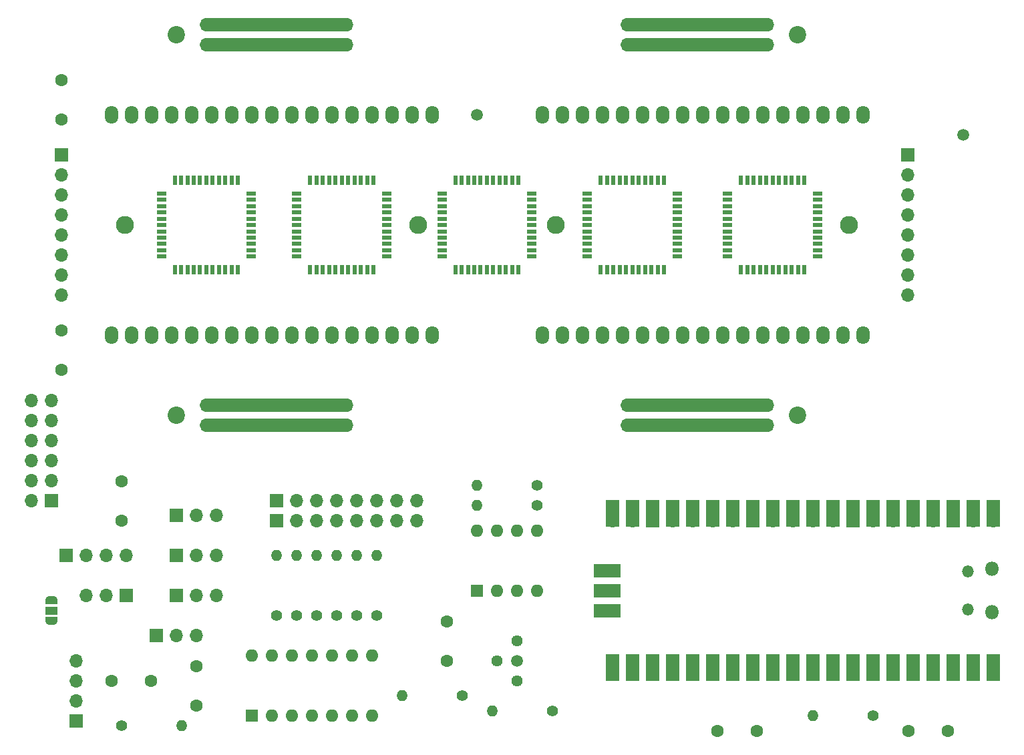
<source format=gbr>
%TF.GenerationSoftware,KiCad,Pcbnew,7.0.7*%
%TF.CreationDate,2025-01-28T12:58:34-05:00*%
%TF.ProjectId,cross-point-exp-brd-mini-smd,63726f73-732d-4706-9f69-6e742d657870,rev?*%
%TF.SameCoordinates,Original*%
%TF.FileFunction,Soldermask,Top*%
%TF.FilePolarity,Negative*%
%FSLAX46Y46*%
G04 Gerber Fmt 4.6, Leading zero omitted, Abs format (unit mm)*
G04 Created by KiCad (PCBNEW 7.0.7) date 2025-01-28 12:58:34*
%MOMM*%
%LPD*%
G01*
G04 APERTURE LIST*
G04 Aperture macros list*
%AMFreePoly0*
4,1,19,0.550000,-0.750000,0.000000,-0.750000,0.000000,-0.744911,-0.071157,-0.744911,-0.207708,-0.704816,-0.327430,-0.627875,-0.420627,-0.520320,-0.479746,-0.390866,-0.500000,-0.250000,-0.500000,0.250000,-0.479746,0.390866,-0.420627,0.520320,-0.327430,0.627875,-0.207708,0.704816,-0.071157,0.744911,0.000000,0.744911,0.000000,0.750000,0.550000,0.750000,0.550000,-0.750000,0.550000,-0.750000,
$1*%
%AMFreePoly1*
4,1,19,0.000000,0.744911,0.071157,0.744911,0.207708,0.704816,0.327430,0.627875,0.420627,0.520320,0.479746,0.390866,0.500000,0.250000,0.500000,-0.250000,0.479746,-0.390866,0.420627,-0.520320,0.327430,-0.627875,0.207708,-0.704816,0.071157,-0.744911,0.000000,-0.744911,0.000000,-0.750000,-0.550000,-0.750000,-0.550000,0.750000,0.000000,0.750000,0.000000,0.744911,0.000000,0.744911,
$1*%
G04 Aperture macros list end*
%ADD10C,1.600000*%
%ADD11R,1.700000X1.700000*%
%ADD12O,1.700000X1.700000*%
%ADD13C,1.400000*%
%ADD14O,1.400000X1.400000*%
%ADD15C,2.200000*%
%ADD16C,1.500000*%
%ADD17R,1.600000X1.600000*%
%ADD18O,1.600000X1.600000*%
%ADD19R,0.500000X1.200000*%
%ADD20R,1.200000X0.500000*%
%ADD21C,2.286000*%
%ADD22O,1.700000X2.300000*%
%ADD23O,4.240000X1.700000*%
%ADD24FreePoly0,270.000000*%
%ADD25R,1.500000X1.000000*%
%ADD26FreePoly1,270.000000*%
%ADD27O,1.800000X1.800000*%
%ADD28O,1.500000X1.500000*%
%ADD29R,1.700000X3.500000*%
%ADD30R,3.500000X1.700000*%
%ADD31C,1.440000*%
G04 APERTURE END LIST*
D10*
%TO.C,C2*%
X93305000Y-134610000D03*
X88305000Y-134610000D03*
%TD*%
D11*
%TO.C,JVEE1*%
X82550000Y-118745000D03*
D12*
X85090000Y-118745000D03*
X87630000Y-118745000D03*
X90170000Y-118745000D03*
%TD*%
D10*
%TO.C,C5*%
X99060000Y-132755000D03*
X99060000Y-137755000D03*
%TD*%
%TO.C,C3*%
X89535000Y-114300000D03*
X89535000Y-109300000D03*
%TD*%
D13*
%TO.C,R9*%
X119380000Y-126365000D03*
D14*
X119380000Y-118745000D03*
%TD*%
D15*
%TO.C,REF\u002A\u002A*%
X96520000Y-100965000D03*
%TD*%
%TO.C,REF\u002A\u002A*%
X175260000Y-100965000D03*
%TD*%
D16*
%TO.C,TP6*%
X139700000Y-132080000D03*
%TD*%
D10*
%TO.C,C8*%
X81915000Y-95210000D03*
X81915000Y-90210000D03*
%TD*%
D13*
%TO.C,R12*%
X89535000Y-140325000D03*
D14*
X97155000Y-140325000D03*
%TD*%
D17*
%TO.C,U10*%
X134620000Y-123190000D03*
D18*
X137160000Y-123190000D03*
X139700000Y-123190000D03*
X142240000Y-123190000D03*
X142240000Y-115570000D03*
X139700000Y-115570000D03*
X137160000Y-115570000D03*
X134620000Y-115570000D03*
%TD*%
D11*
%TO.C,JpVDD2*%
X96520000Y-123825000D03*
D12*
X99060000Y-123825000D03*
X101600000Y-123825000D03*
%TD*%
D19*
%TO.C,U3*%
X150320000Y-82535000D03*
X151120000Y-82535000D03*
X151920000Y-82535000D03*
X152720000Y-82535000D03*
X153520000Y-82535000D03*
X154320000Y-82535000D03*
X155120000Y-82535000D03*
X155920000Y-82535000D03*
X156720000Y-82535000D03*
X157520000Y-82535000D03*
X158320000Y-82535000D03*
D20*
X160020000Y-80835000D03*
X160020000Y-80035000D03*
X160020000Y-79235000D03*
X160020000Y-78435000D03*
X160020000Y-77635000D03*
X160020000Y-76835000D03*
X160020000Y-76035000D03*
X160020000Y-75235000D03*
X160020000Y-74435000D03*
X160020000Y-73635000D03*
X160020000Y-72835000D03*
D19*
X158320000Y-71135000D03*
X157520000Y-71135000D03*
X156720000Y-71135000D03*
X155920000Y-71135000D03*
X155120000Y-71135000D03*
X154320000Y-71135000D03*
X153520000Y-71135000D03*
X152720000Y-71135000D03*
X151920000Y-71135000D03*
X151120000Y-71135000D03*
X150320000Y-71135000D03*
D20*
X148620000Y-72835000D03*
X148620000Y-73635000D03*
X148620000Y-74435000D03*
X148620000Y-75235000D03*
X148620000Y-76035000D03*
X148620000Y-76835000D03*
X148620000Y-77635000D03*
X148620000Y-78435000D03*
X148620000Y-79235000D03*
X148620000Y-80035000D03*
X148620000Y-80835000D03*
%TD*%
D11*
%TO.C,J1*%
X81915000Y-67945000D03*
D12*
X81915000Y-70485000D03*
X81915000Y-73025000D03*
X81915000Y-75565000D03*
X81915000Y-78105000D03*
X81915000Y-80645000D03*
X81915000Y-83185000D03*
X81915000Y-85725000D03*
%TD*%
D11*
%TO.C,J2*%
X189230000Y-67945000D03*
D12*
X189230000Y-70485000D03*
X189230000Y-73025000D03*
X189230000Y-75565000D03*
X189230000Y-78105000D03*
X189230000Y-80645000D03*
X189230000Y-83185000D03*
X189230000Y-85725000D03*
%TD*%
D21*
%TO.C,J4*%
X144614900Y-76835000D03*
X181775100Y-76835000D03*
D22*
X142875000Y-90805000D03*
X145415000Y-90805000D03*
X147955000Y-90805000D03*
X150495000Y-90805000D03*
X153035000Y-90805000D03*
X155575000Y-90805000D03*
X158115000Y-90805000D03*
X160655000Y-90805000D03*
X163195000Y-90805000D03*
X165735000Y-90805000D03*
X168275000Y-90805000D03*
X170815000Y-90805000D03*
X173355000Y-90805000D03*
X175895000Y-90805000D03*
X178435000Y-90805000D03*
X180975000Y-90805000D03*
X183515000Y-90805000D03*
X142875000Y-62865000D03*
X145415000Y-62865000D03*
X147955000Y-62865000D03*
X150495000Y-62865000D03*
X153035000Y-62865000D03*
X155575000Y-62865000D03*
X158115000Y-62865000D03*
X160655000Y-62865000D03*
X163195000Y-62865000D03*
X165735000Y-62865000D03*
X168275000Y-62865000D03*
X170815000Y-62865000D03*
X173355000Y-62865000D03*
X175895000Y-62865000D03*
X178435000Y-62865000D03*
X180975000Y-62865000D03*
X183515000Y-62865000D03*
%TD*%
D11*
%TO.C,DC1*%
X83820000Y-139700000D03*
D12*
X83820000Y-137160000D03*
X83820000Y-134620000D03*
X83820000Y-132080000D03*
%TD*%
D13*
%TO.C,R1*%
X132715000Y-136525000D03*
D14*
X125095000Y-136525000D03*
%TD*%
D10*
%TO.C,C1*%
X130810000Y-132080000D03*
X130810000Y-127080000D03*
%TD*%
D13*
%TO.C,R8*%
X121920000Y-126365000D03*
D14*
X121920000Y-118745000D03*
%TD*%
D12*
%TO.C,J5*%
X100330000Y-53975000D03*
D23*
X101600000Y-53975000D03*
X104140000Y-53975000D03*
X106680000Y-53975000D03*
X109220000Y-53975000D03*
X111760000Y-53975000D03*
X114300000Y-53975000D03*
X116840000Y-53975000D03*
D12*
X100330000Y-51435000D03*
D23*
X101600000Y-51435000D03*
X104140000Y-51435000D03*
X106680000Y-51435000D03*
X109220000Y-51435000D03*
X111760000Y-51435000D03*
X114300000Y-51435000D03*
X116840000Y-51435000D03*
X154940000Y-53975000D03*
X157480000Y-53975000D03*
X160020000Y-53975000D03*
X162560000Y-53975000D03*
X165100000Y-53975000D03*
X167640000Y-53975000D03*
X170180000Y-53975000D03*
D12*
X171450000Y-53975000D03*
D23*
X154940000Y-51435000D03*
X157480000Y-51435000D03*
X160020000Y-51435000D03*
X162560000Y-51435000D03*
X165100000Y-51435000D03*
X167640000Y-51435000D03*
X170180000Y-51435000D03*
D12*
X171450000Y-51435000D03*
%TD*%
%TO.C,J6*%
X100330000Y-102235000D03*
D23*
X101600000Y-102235000D03*
X104140000Y-102235000D03*
X106680000Y-102235000D03*
X109220000Y-102235000D03*
X111760000Y-102235000D03*
X114300000Y-102235000D03*
X116840000Y-102235000D03*
D12*
X100330000Y-99695000D03*
D23*
X101600000Y-99695000D03*
X104140000Y-99695000D03*
X106680000Y-99695000D03*
X109220000Y-99695000D03*
X111760000Y-99695000D03*
X114300000Y-99695000D03*
X116840000Y-99695000D03*
X154940000Y-102235000D03*
X157480000Y-102235000D03*
X160020000Y-102235000D03*
X162560000Y-102235000D03*
X165100000Y-102235000D03*
X167640000Y-102235000D03*
X170180000Y-102235000D03*
D12*
X171450000Y-102235000D03*
D23*
X154940000Y-99695000D03*
X157480000Y-99695000D03*
X160020000Y-99695000D03*
X162560000Y-99695000D03*
X165100000Y-99695000D03*
X167640000Y-99695000D03*
X170180000Y-99695000D03*
D12*
X171450000Y-99695000D03*
%TD*%
D13*
%TO.C,R6*%
X116840000Y-126365000D03*
D14*
X116840000Y-118745000D03*
%TD*%
D13*
%TO.C,R4*%
X111760000Y-126365000D03*
D14*
X111760000Y-118745000D03*
%TD*%
D11*
%TO.C,JpVDD1*%
X93980000Y-128905000D03*
D12*
X96520000Y-128905000D03*
X99060000Y-128905000D03*
%TD*%
D11*
%TO.C,J8*%
X109220000Y-114300000D03*
D12*
X111760000Y-114300000D03*
X114300000Y-114300000D03*
X116840000Y-114300000D03*
X119380000Y-114300000D03*
X121920000Y-114300000D03*
X124460000Y-114300000D03*
X127000000Y-114300000D03*
%TD*%
D11*
%TO.C,JpVDD5*%
X96520000Y-118745000D03*
D12*
X99060000Y-118745000D03*
X101600000Y-118745000D03*
%TD*%
D24*
%TO.C,JP1*%
X80645000Y-124430000D03*
D25*
X80645000Y-125730000D03*
D26*
X80645000Y-127030000D03*
%TD*%
D21*
%TO.C,J3*%
X90004900Y-76835000D03*
X127165100Y-76835000D03*
D22*
X88265000Y-90805000D03*
X90805000Y-90805000D03*
X93345000Y-90805000D03*
X95885000Y-90805000D03*
X98425000Y-90805000D03*
X100965000Y-90805000D03*
X103505000Y-90805000D03*
X106045000Y-90805000D03*
X108585000Y-90805000D03*
X111125000Y-90805000D03*
X113665000Y-90805000D03*
X116205000Y-90805000D03*
X118745000Y-90805000D03*
X121285000Y-90805000D03*
X123825000Y-90805000D03*
X126365000Y-90805000D03*
X128905000Y-90805000D03*
X88265000Y-62865000D03*
X90805000Y-62865000D03*
X93345000Y-62865000D03*
X95885000Y-62865000D03*
X98425000Y-62865000D03*
X100965000Y-62865000D03*
X103505000Y-62865000D03*
X106045000Y-62865000D03*
X108585000Y-62865000D03*
X111125000Y-62865000D03*
X113665000Y-62865000D03*
X116205000Y-62865000D03*
X118745000Y-62865000D03*
X121285000Y-62865000D03*
X123825000Y-62865000D03*
X126365000Y-62865000D03*
X128905000Y-62865000D03*
%TD*%
D19*
%TO.C,U1*%
X96315000Y-82535000D03*
X97115000Y-82535000D03*
X97915000Y-82535000D03*
X98715000Y-82535000D03*
X99515000Y-82535000D03*
X100315000Y-82535000D03*
X101115000Y-82535000D03*
X101915000Y-82535000D03*
X102715000Y-82535000D03*
X103515000Y-82535000D03*
X104315000Y-82535000D03*
D20*
X106015000Y-80835000D03*
X106015000Y-80035000D03*
X106015000Y-79235000D03*
X106015000Y-78435000D03*
X106015000Y-77635000D03*
X106015000Y-76835000D03*
X106015000Y-76035000D03*
X106015000Y-75235000D03*
X106015000Y-74435000D03*
X106015000Y-73635000D03*
X106015000Y-72835000D03*
D19*
X104315000Y-71135000D03*
X103515000Y-71135000D03*
X102715000Y-71135000D03*
X101915000Y-71135000D03*
X101115000Y-71135000D03*
X100315000Y-71135000D03*
X99515000Y-71135000D03*
X98715000Y-71135000D03*
X97915000Y-71135000D03*
X97115000Y-71135000D03*
X96315000Y-71135000D03*
D20*
X94615000Y-72835000D03*
X94615000Y-73635000D03*
X94615000Y-74435000D03*
X94615000Y-75235000D03*
X94615000Y-76035000D03*
X94615000Y-76835000D03*
X94615000Y-77635000D03*
X94615000Y-78435000D03*
X94615000Y-79235000D03*
X94615000Y-80035000D03*
X94615000Y-80835000D03*
%TD*%
D13*
%TO.C,R2*%
X144145000Y-138430000D03*
D14*
X136525000Y-138430000D03*
%TD*%
D11*
%TO.C,J7*%
X109220000Y-111760000D03*
D12*
X111760000Y-111760000D03*
X114300000Y-111760000D03*
X116840000Y-111760000D03*
X119380000Y-111760000D03*
X121920000Y-111760000D03*
X124460000Y-111760000D03*
X127000000Y-111760000D03*
%TD*%
D10*
%TO.C,C6*%
X194310000Y-140970000D03*
X189310000Y-140970000D03*
%TD*%
D16*
%TO.C,CE1*%
X134620000Y-62865000D03*
%TD*%
D15*
%TO.C,REF\u002A\u002A*%
X175260000Y-52705000D03*
%TD*%
D17*
%TO.C,U11*%
X106045000Y-139065000D03*
D18*
X108585000Y-139065000D03*
X111125000Y-139065000D03*
X113665000Y-139065000D03*
X116205000Y-139065000D03*
X118745000Y-139065000D03*
X121285000Y-139065000D03*
X121285000Y-131445000D03*
X118745000Y-131445000D03*
X116205000Y-131445000D03*
X113665000Y-131445000D03*
X111125000Y-131445000D03*
X108585000Y-131445000D03*
X106045000Y-131445000D03*
%TD*%
D13*
%TO.C,R3*%
X184785000Y-139065000D03*
D14*
X177165000Y-139065000D03*
%TD*%
D19*
%TO.C,U2*%
X113490000Y-82535000D03*
X114290000Y-82535000D03*
X115090000Y-82535000D03*
X115890000Y-82535000D03*
X116690000Y-82535000D03*
X117490000Y-82535000D03*
X118290000Y-82535000D03*
X119090000Y-82535000D03*
X119890000Y-82535000D03*
X120690000Y-82535000D03*
X121490000Y-82535000D03*
D20*
X123190000Y-80835000D03*
X123190000Y-80035000D03*
X123190000Y-79235000D03*
X123190000Y-78435000D03*
X123190000Y-77635000D03*
X123190000Y-76835000D03*
X123190000Y-76035000D03*
X123190000Y-75235000D03*
X123190000Y-74435000D03*
X123190000Y-73635000D03*
X123190000Y-72835000D03*
D19*
X121490000Y-71135000D03*
X120690000Y-71135000D03*
X119890000Y-71135000D03*
X119090000Y-71135000D03*
X118290000Y-71135000D03*
X117490000Y-71135000D03*
X116690000Y-71135000D03*
X115890000Y-71135000D03*
X115090000Y-71135000D03*
X114290000Y-71135000D03*
X113490000Y-71135000D03*
D20*
X111790000Y-72835000D03*
X111790000Y-73635000D03*
X111790000Y-74435000D03*
X111790000Y-75235000D03*
X111790000Y-76035000D03*
X111790000Y-76835000D03*
X111790000Y-77635000D03*
X111790000Y-78435000D03*
X111790000Y-79235000D03*
X111790000Y-80035000D03*
X111790000Y-80835000D03*
%TD*%
D11*
%TO.C,PMOD1*%
X80645000Y-111760000D03*
D12*
X80645000Y-106680000D03*
X80645000Y-109220000D03*
X80645000Y-104140000D03*
X80645000Y-101600000D03*
X80645000Y-99060000D03*
X78105000Y-111760000D03*
X78105000Y-109220000D03*
X78105000Y-106680000D03*
X78105000Y-104140000D03*
X78105000Y-101600000D03*
X78105000Y-99060000D03*
%TD*%
D13*
%TO.C,R11*%
X142240000Y-109855000D03*
D14*
X134620000Y-109855000D03*
%TD*%
D11*
%TO.C,JpVDD4*%
X96520000Y-113665000D03*
D12*
X99060000Y-113665000D03*
X101600000Y-113665000D03*
%TD*%
D27*
%TO.C,U9*%
X199895000Y-120465000D03*
D28*
X196865000Y-120765000D03*
X196865000Y-125615000D03*
D27*
X199895000Y-125915000D03*
D12*
X200025000Y-114300000D03*
D29*
X200025000Y-113400000D03*
D12*
X197485000Y-114300000D03*
D29*
X197485000Y-113400000D03*
D11*
X194945000Y-114300000D03*
D29*
X194945000Y-113400000D03*
D12*
X192405000Y-114300000D03*
D29*
X192405000Y-113400000D03*
D12*
X189865000Y-114300000D03*
D29*
X189865000Y-113400000D03*
D12*
X187325000Y-114300000D03*
D29*
X187325000Y-113400000D03*
D12*
X184785000Y-114300000D03*
D29*
X184785000Y-113400000D03*
D11*
X182245000Y-114300000D03*
D29*
X182245000Y-113400000D03*
D12*
X179705000Y-114300000D03*
D29*
X179705000Y-113400000D03*
D12*
X177165000Y-114300000D03*
D29*
X177165000Y-113400000D03*
D12*
X174625000Y-114300000D03*
D29*
X174625000Y-113400000D03*
D12*
X172085000Y-114300000D03*
D29*
X172085000Y-113400000D03*
D11*
X169545000Y-114300000D03*
D29*
X169545000Y-113400000D03*
D12*
X167005000Y-114300000D03*
D29*
X167005000Y-113400000D03*
D12*
X164465000Y-114300000D03*
D29*
X164465000Y-113400000D03*
D12*
X161925000Y-114300000D03*
D29*
X161925000Y-113400000D03*
D12*
X159385000Y-114300000D03*
D29*
X159385000Y-113400000D03*
D11*
X156845000Y-114300000D03*
D29*
X156845000Y-113400000D03*
D12*
X154305000Y-114300000D03*
D29*
X154305000Y-113400000D03*
D12*
X151765000Y-114300000D03*
D29*
X151765000Y-113400000D03*
D12*
X151765000Y-132080000D03*
D29*
X151765000Y-132980000D03*
D12*
X154305000Y-132080000D03*
D29*
X154305000Y-132980000D03*
D11*
X156845000Y-132080000D03*
D29*
X156845000Y-132980000D03*
D12*
X159385000Y-132080000D03*
D29*
X159385000Y-132980000D03*
D12*
X161925000Y-132080000D03*
D29*
X161925000Y-132980000D03*
D12*
X164465000Y-132080000D03*
D29*
X164465000Y-132980000D03*
D12*
X167005000Y-132080000D03*
D29*
X167005000Y-132980000D03*
D11*
X169545000Y-132080000D03*
D29*
X169545000Y-132980000D03*
D12*
X172085000Y-132080000D03*
D29*
X172085000Y-132980000D03*
D12*
X174625000Y-132080000D03*
D29*
X174625000Y-132980000D03*
D12*
X177165000Y-132080000D03*
D29*
X177165000Y-132980000D03*
D12*
X179705000Y-132080000D03*
D29*
X179705000Y-132980000D03*
D11*
X182245000Y-132080000D03*
D29*
X182245000Y-132980000D03*
D12*
X184785000Y-132080000D03*
D29*
X184785000Y-132980000D03*
D12*
X187325000Y-132080000D03*
D29*
X187325000Y-132980000D03*
D12*
X189865000Y-132080000D03*
D29*
X189865000Y-132980000D03*
D12*
X192405000Y-132080000D03*
D29*
X192405000Y-132980000D03*
D11*
X194945000Y-132080000D03*
D29*
X194945000Y-132980000D03*
D12*
X197485000Y-132080000D03*
D29*
X197485000Y-132980000D03*
D12*
X200025000Y-132080000D03*
D29*
X200025000Y-132980000D03*
D12*
X151995000Y-120650000D03*
D30*
X151095000Y-120650000D03*
D11*
X151995000Y-123190000D03*
D30*
X151095000Y-123190000D03*
D12*
X151995000Y-125730000D03*
D30*
X151095000Y-125730000D03*
%TD*%
D15*
%TO.C,REF\u002A\u002A*%
X96520000Y-52705000D03*
%TD*%
D10*
%TO.C,C4*%
X170100000Y-140970000D03*
X165100000Y-140970000D03*
%TD*%
D19*
%TO.C,U4*%
X168100000Y-82535000D03*
X168900000Y-82535000D03*
X169700000Y-82535000D03*
X170500000Y-82535000D03*
X171300000Y-82535000D03*
X172100000Y-82535000D03*
X172900000Y-82535000D03*
X173700000Y-82535000D03*
X174500000Y-82535000D03*
X175300000Y-82535000D03*
X176100000Y-82535000D03*
D20*
X177800000Y-80835000D03*
X177800000Y-80035000D03*
X177800000Y-79235000D03*
X177800000Y-78435000D03*
X177800000Y-77635000D03*
X177800000Y-76835000D03*
X177800000Y-76035000D03*
X177800000Y-75235000D03*
X177800000Y-74435000D03*
X177800000Y-73635000D03*
X177800000Y-72835000D03*
D19*
X176100000Y-71135000D03*
X175300000Y-71135000D03*
X174500000Y-71135000D03*
X173700000Y-71135000D03*
X172900000Y-71135000D03*
X172100000Y-71135000D03*
X171300000Y-71135000D03*
X170500000Y-71135000D03*
X169700000Y-71135000D03*
X168900000Y-71135000D03*
X168100000Y-71135000D03*
D20*
X166400000Y-72835000D03*
X166400000Y-73635000D03*
X166400000Y-74435000D03*
X166400000Y-75235000D03*
X166400000Y-76035000D03*
X166400000Y-76835000D03*
X166400000Y-77635000D03*
X166400000Y-78435000D03*
X166400000Y-79235000D03*
X166400000Y-80035000D03*
X166400000Y-80835000D03*
%TD*%
D13*
%TO.C,R7*%
X114300000Y-126365000D03*
D14*
X114300000Y-118745000D03*
%TD*%
D19*
%TO.C,U5*%
X131875000Y-82535000D03*
X132675000Y-82535000D03*
X133475000Y-82535000D03*
X134275000Y-82535000D03*
X135075000Y-82535000D03*
X135875000Y-82535000D03*
X136675000Y-82535000D03*
X137475000Y-82535000D03*
X138275000Y-82535000D03*
X139075000Y-82535000D03*
X139875000Y-82535000D03*
D20*
X141575000Y-80835000D03*
X141575000Y-80035000D03*
X141575000Y-79235000D03*
X141575000Y-78435000D03*
X141575000Y-77635000D03*
X141575000Y-76835000D03*
X141575000Y-76035000D03*
X141575000Y-75235000D03*
X141575000Y-74435000D03*
X141575000Y-73635000D03*
X141575000Y-72835000D03*
D19*
X139875000Y-71135000D03*
X139075000Y-71135000D03*
X138275000Y-71135000D03*
X137475000Y-71135000D03*
X136675000Y-71135000D03*
X135875000Y-71135000D03*
X135075000Y-71135000D03*
X134275000Y-71135000D03*
X133475000Y-71135000D03*
X132675000Y-71135000D03*
X131875000Y-71135000D03*
D20*
X130175000Y-72835000D03*
X130175000Y-73635000D03*
X130175000Y-74435000D03*
X130175000Y-75235000D03*
X130175000Y-76035000D03*
X130175000Y-76835000D03*
X130175000Y-77635000D03*
X130175000Y-78435000D03*
X130175000Y-79235000D03*
X130175000Y-80035000D03*
X130175000Y-80835000D03*
%TD*%
D10*
%TO.C,C7*%
X81915000Y-63460000D03*
X81915000Y-58460000D03*
%TD*%
D13*
%TO.C,R5*%
X109220000Y-126365000D03*
D14*
X109220000Y-118745000D03*
%TD*%
D16*
%TO.C,GND1*%
X196215000Y-65405000D03*
%TD*%
D31*
%TO.C,RV1*%
X139685000Y-129540000D03*
X137145000Y-132080000D03*
X139685000Y-134620000D03*
%TD*%
D13*
%TO.C,R10*%
X142240000Y-112395000D03*
D14*
X134620000Y-112395000D03*
%TD*%
D11*
%TO.C,JpVDD3*%
X90170000Y-123825000D03*
D12*
X87630000Y-123825000D03*
X85090000Y-123825000D03*
%TD*%
M02*

</source>
